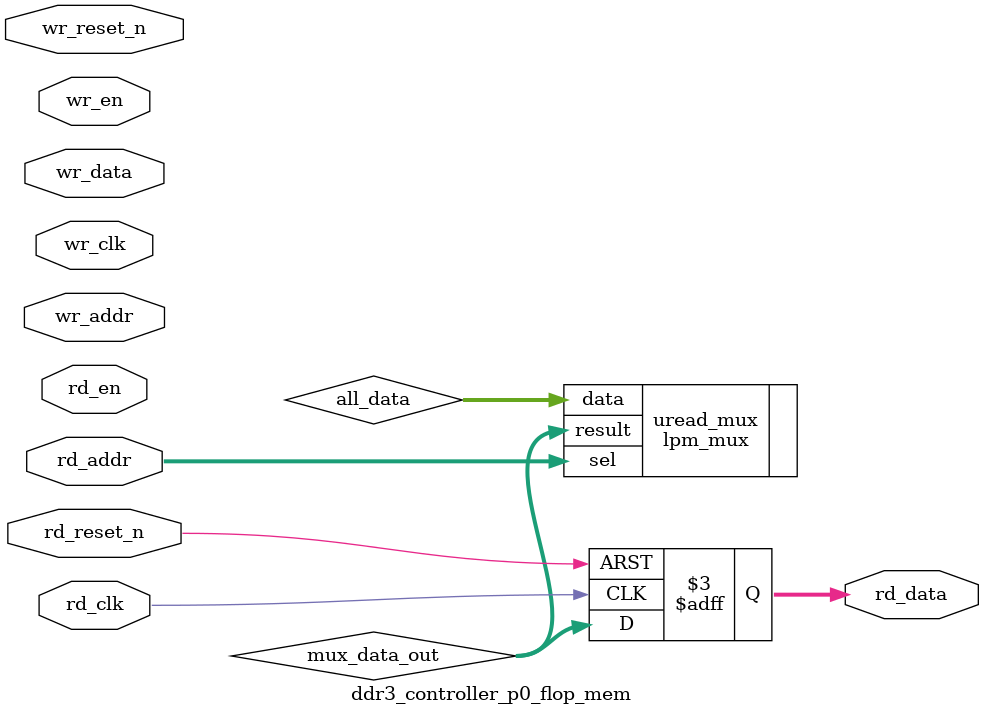
<source format=v>



`timescale 1 ps / 1 ps

(* altera_attribute = "-name ALLOW_SYNCH_CTRL_USAGE ON;-name AUTO_CLOCK_ENABLE_RECOGNITION ON" *)
module ddr3_controller_p0_flop_mem(
	wr_reset_n,
	wr_clk,
	wr_en,
	wr_addr,
	wr_data,
	rd_reset_n,
	rd_clk,
	rd_en,
	rd_addr,
	rd_data
);

parameter WRITE_MEM_DEPTH	= "";
parameter WRITE_ADDR_WIDTH	= "";
parameter WRITE_DATA_WIDTH	= "";
parameter READ_MEM_DEPTH	= "";
parameter READ_ADDR_WIDTH	= "";		 
parameter READ_DATA_WIDTH	= "";


input	wr_reset_n;
input	wr_clk;
input	wr_en;
input	[WRITE_ADDR_WIDTH-1:0] wr_addr;
input	[WRITE_DATA_WIDTH-1:0] wr_data;
input	rd_reset_n;
input	rd_clk;
input	rd_en;
input	[READ_ADDR_WIDTH-1:0] rd_addr;
output	[READ_DATA_WIDTH-1:0] rd_data;



wire	[WRITE_DATA_WIDTH*WRITE_MEM_DEPTH-1:0] all_data;
wire	[READ_DATA_WIDTH-1:0] mux_data_out;



// declare a memory with WRITE_MEM_DEPTH entries
// each entry contains a data size of WRITE_DATA_WIDTH
reg	[WRITE_DATA_WIDTH-1:0] data_stored [0:WRITE_MEM_DEPTH-1] /* synthesis syn_preserve = 1 */;
reg	[READ_DATA_WIDTH-1:0] rd_data;

generate
genvar entry;
	for (entry=0; entry < WRITE_MEM_DEPTH; entry=entry+1)
	begin: mem_location
		assign all_data[(WRITE_DATA_WIDTH*(entry+1)-1) : (WRITE_DATA_WIDTH*entry)] = data_stored[entry]; 
		
		always @(posedge wr_clk or negedge wr_reset_n)
		begin
			if (~wr_reset_n) begin
				data_stored[entry] <= {WRITE_DATA_WIDTH{1'b0}};
			end else begin
				if (wr_en) begin
					if (entry == wr_addr) begin
						data_stored[entry] <= wr_data;
					end
				end
			end
		end		
	end
endgenerate

// mux to select the correct output data based on read address
lpm_mux	uread_mux(
	.sel (rd_addr),
	.data (all_data),
	.result (mux_data_out)
	// synopsys translate_off
	,
	.aclr (),
	.clken (),
	.clock ()
	// synopsys translate_on
	);
 defparam uread_mux.lpm_size = READ_MEM_DEPTH;
 defparam uread_mux.lpm_type = "LPM_MUX";
 defparam uread_mux.lpm_width = READ_DATA_WIDTH;
 defparam uread_mux.lpm_widths = READ_ADDR_WIDTH;

always @(posedge rd_clk or negedge rd_reset_n)	
begin
	if (~rd_reset_n) begin
		rd_data <= {READ_DATA_WIDTH{1'b0}};
	end else begin
		rd_data <= mux_data_out;
	end
end

endmodule

</source>
